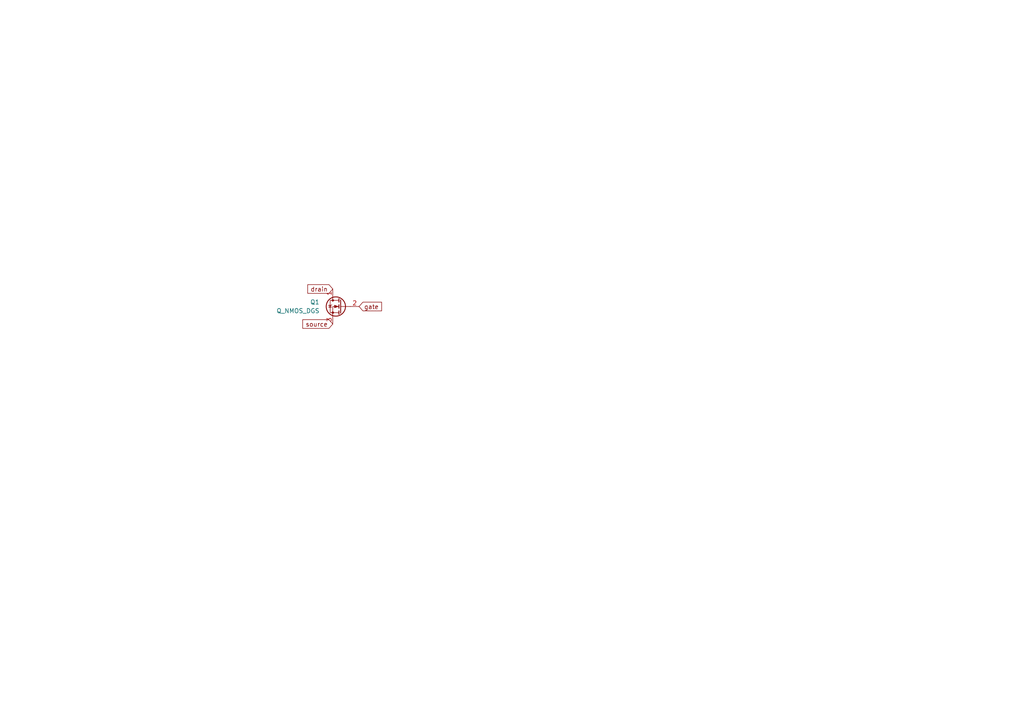
<source format=kicad_sch>
(kicad_sch (version 20211123) (generator eeschema)
  (paper "A4")
  (title_block (title "Simple Circuit") (date "2022-08-02") (rev "v01"))
  (lib_symbols
    (symbol "Device:Q_NMOS_DGS" (pin_names (offset 0) hide)
      (property "Reference" "Q" (at 5.08 1.27 0))
      (property "Value" "Q_NMOS_DGS" (at 5.08 -1.27 0))
      (symbol "Q_NMOS_DGS_0_1"
        (polyline (pts (xy 0.254 0) (xy -2.54 0)))
        (polyline (pts (xy 0.254 1.905) (xy 0.254 -1.905)) (stroke (width 0.254)))
        (polyline (pts (xy 0.762 -1.27) (xy 0.762 -2.286)) (stroke (width 0.254)))
        (polyline (pts (xy 0.762 0.508) (xy 0.762 -0.508)) (stroke (width 0.254)))
        (polyline (pts (xy 0.762 2.286) (xy 0.762 1.27)) (stroke (width 0.254)))
        (polyline (pts (xy 2.54 2.54) (xy 2.54 1.778)))
        (polyline (pts (xy 2.54 -2.54) (xy 2.54 0) (xy 0.762 0)))
        (polyline (pts (xy 0.762 -1.778) (xy 3.302 -1.778) (xy 3.302 1.778) (xy 0.762 1.778)))
        (polyline (pts (xy 1.016 0) (xy 2.032 0.381) (xy 2.032 -0.381) (xy 1.016 0)) (fill (type outline)))
        (polyline (pts (xy 2.794 0.508) (xy 2.921 0.381) (xy 3.683 0.381) (xy 3.81 0.254)))
        (polyline (pts (xy 3.302 0.381) (xy 2.921 -0.254) (xy 3.683 -0.254) (xy 3.302 0.381)))
        (circle (center 1.651 0) (radius 2.794) (stroke (width 0.254)))
        (circle (center 2.54 -1.778) (radius 0.254) (fill (type outline)))
        (circle (center 2.54 1.778) (radius 0.254) (fill (type outline)))
      )
      (symbol "Q_NMOS_DGS_1_1"
        (pin passive line (at 2.54 5.08 270) (length 2.54) (name "D") (number "1"))
        (pin input line (at -5.08 0 0) (length 2.54) (name "G") (number "2"))
        (pin passive line (at 2.54 -5.08 90) (length 2.54) (name "S") (number "3"))
      )
    )
  )
  (global_label "drain" (shape input) (at 96.52 83.82 180) (property "Intersheet References" "${INTERSHEET_REFS}" (effects hide)))
  (global_label "gate" (shape input) (at 104.14 88.9 0) (property "Intersheet References" "${INTERSHEET_REFS}" (effects hide)))
  (global_label "source" (shape input) (at 96.52 93.98 180) (property "Intersheet References" "${INTERSHEET_REFS}" (effects hide)))
  (symbol (lib_id "Device:Q_NMOS_DGS") (at 99.06 88.9 0) (mirror y) (unit 1)
    (property "Reference" "Q1" (at 92.71 87.6299 0) (effects (justify left)))
    (property "Value" "Q_NMOS_DGS" (at 92.71 90.1699 0) (effects (justify left)))
  )
)
</source>
